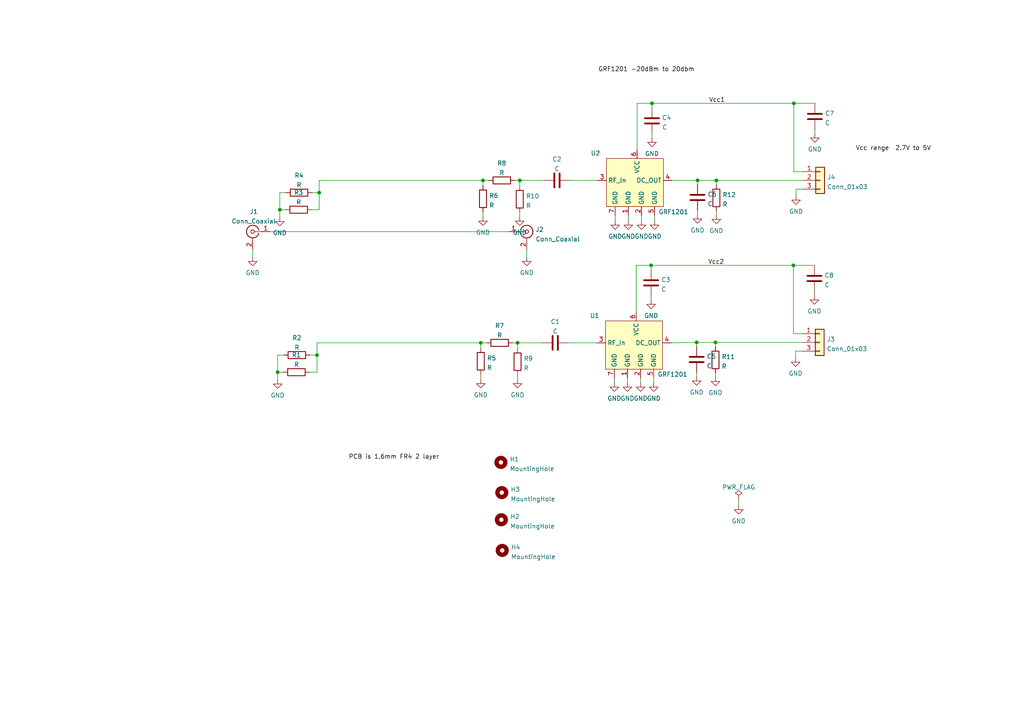
<source format=kicad_sch>
(kicad_sch (version 20211123) (generator eeschema)
  (paper "A4")
  (lib_symbols
    (symbol "Connector:Conn_Coaxial" (pin_names (offset 1.016) hide)
      (property "Reference" "J" (at 0.254 3.048 0))
      (property "Value" "Conn_Coaxial" (at 2.921 0 90))
      (symbol "Conn_Coaxial_0_1"
        (arc (start -1.778 -0.508) (mid 0.222 -1.808) (end 1.778 0) (stroke (width 0.254)))
        (polyline (pts (xy -2.54 0) (xy -0.508 0)))
        (polyline (pts (xy 0 -2.54) (xy 0 -1.778)))
        (circle (center 0 0) (radius 0.508) (stroke (width 0.2032)))
        (arc (start 1.778 0) (mid 0.2221 1.8083) (end -1.778 0.508) (stroke (width 0.254)))
      )
      (symbol "Conn_Coaxial_1_1"
        (pin passive line (at -5.08 0 0) (length 2.54) (name "In") (number "1"))
        (pin passive line (at 0 -5.08 90) (length 2.54) (name "Ext") (number "2"))
      )
    )
    (symbol "Connector_Generic:Conn_01x03" (pin_names (offset 1.016) hide)
      (property "Reference" "J" (at 0 5.08 0))
      (property "Value" "Conn_01x03" (at 0 -5.08 0))
      (symbol "Conn_01x03_1_1"
        (rectangle (start -1.27 -2.413) (end 0 -2.667) (stroke (width 0.1524)))
        (rectangle (start -1.27 0.127) (end 0 -0.127) (stroke (width 0.1524)))
        (rectangle (start -1.27 2.667) (end 0 2.413) (stroke (width 0.1524)))
        (rectangle (start -1.27 3.81) (end 1.27 -3.81) (stroke (width 0.254)) (fill (type background)))
        (pin passive line (at -5.08 2.54 0) (length 3.81) (name "Pin_1") (number "1"))
        (pin passive line (at -5.08 0 0) (length 3.81) (name "Pin_2") (number "2"))
        (pin passive line (at -5.08 -2.54 0) (length 3.81) (name "Pin_3") (number "3"))
      )
    )
    (symbol "Device:C" (pin_numbers hide) (pin_names (offset 0.254))
      (property "Reference" "C" (at 0.635 2.54 0))
      (property "Value" "C" (at 0.635 -2.54 0))
      (symbol "C_0_1"
        (polyline (pts (xy -2.032 -0.762) (xy 2.032 -0.762)) (stroke (width 0.508)))
        (polyline (pts (xy -2.032 0.762) (xy 2.032 0.762)) (stroke (width 0.508)))
      )
      (symbol "C_1_1"
        (pin passive line (at 0 3.81 270) (length 2.794) (name "~") (number "1"))
        (pin passive line (at 0 -3.81 90) (length 2.794) (name "~") (number "2"))
      )
    )
    (symbol "Device:R" (pin_numbers hide) (pin_names (offset 0))
      (property "Reference" "R" (at 2.032 0 90))
      (property "Value" "R" (at 0 0 90))
      (symbol "R_0_1"
        (rectangle (start -1.016 -2.54) (end 1.016 2.54) (stroke (width 0.254)))
      )
      (symbol "R_1_1"
        (pin passive line (at 0 3.81 270) (length 1.27) (name "~") (number "1"))
        (pin passive line (at 0 -3.81 90) (length 1.27) (name "~") (number "2"))
      )
    )
    (symbol "Gorilla:GRF1201"
      (property "Reference" "U" (at 8.89 -8.89 0))
      (property "Value" "GRF1201" (at -13.97 6.35 0))
      (symbol "GRF1201_0_1"
        (rectangle (start -8.89 6.35) (end 7.62 -7.62) (stroke (width 0.1524)) (fill (type background)))
      )
      (symbol "GRF1201_1_1"
        (pin input line (at -2.54 -10.16 90) (length 2.54) (name "GND") (number "1"))
        (pin input line (at 1.27 -10.16 90) (length 2.54) (name "GND") (number "2"))
        (pin input line (at -11.43 0 0) (length 2.54) (name "RF_In") (number "3"))
        (pin input line (at 10.16 0 180) (length 2.54) (name "DC_OUT") (number "4"))
        (pin input line (at 5.08 -10.16 90) (length 2.54) (name "GND") (number "5"))
        (pin input line (at 0 8.89 270) (length 2.54) (name "VCC") (number "6"))
        (pin input line (at -6.35 -10.16 90) (length 2.54) (name "GND") (number "7"))
      )
    )
    (symbol "Mechanical:MountingHole" (pin_names (offset 1.016))
      (property "Reference" "H" (at 0 5.08 0))
      (property "Value" "MountingHole" (at 0 3.175 0))
      (symbol "MountingHole_0_1"
        (circle (center 0 0) (radius 1.27) (stroke (width 1.27)))
      )
    )
    (symbol "power:GND" (power) (pin_names (offset 0))
      (property "Value" "GND" (at 0 -3.81 0))
      (symbol "GND_0_1"
        (polyline (pts (xy 0 0) (xy 0 -1.27) (xy 1.27 -1.27) (xy 0 -2.54) (xy -1.27 -1.27) (xy 0 -1.27)))
      )
      (symbol "GND_1_1"
        (pin power_in line (at 0 0 270) (length 0) hide (name "GND") (number "1"))
      )
    )
    (symbol "power:PWR_FLAG" (power) (pin_numbers hide) (pin_names (offset 0) hide)
      (property "Value" "PWR_FLAG" (at 0 3.81 0))
      (symbol "PWR_FLAG_0_0"
        (pin power_out line (at 0 0 90) (length 0) (name "pwr") (number "1"))
      )
      (symbol "PWR_FLAG_0_1"
        (polyline (pts (xy 0 0) (xy 0 1.27) (xy -1.016 1.905) (xy 0 2.54) (xy 1.016 1.905) (xy 0 1.27)))
      )
    )
  )
  (junction (at 139.446 99.441))
  (junction (at 230.124 76.962))
  (junction (at 188.849 76.962))
  (junction (at 80.518 107.95))
  (junction (at 92.583 55.88))
  (junction (at 207.518 99.314))
  (junction (at 202.057 99.314))
  (junction (at 207.772 52.324))
  (junction (at 189.103 29.972))
  (junction (at 230.251 29.972))
  (junction (at 140.081 52.324))
  (junction (at 150.749 52.324))
  (junction (at 150.114 99.441))
  (junction (at 81.153 60.833))
  (junction (at 91.948 102.997))
  (junction (at 202.311 52.324))
  (wire (pts (xy 92.583 60.833) (xy 92.583 55.88)))
  (wire (pts (xy 81.153 60.833) (xy 81.153 62.992)))
  (wire (pts (xy 82.804 60.833) (xy 81.153 60.833)))
  (wire (pts (xy 188.849 85.852) (xy 188.849 86.995)))
  (wire (pts (xy 73.279 72.263) (xy 73.279 74.549)))
  (wire (pts (xy 202.311 52.324) (xy 202.311 53.467)))
  (wire (pts (xy 80.518 107.95) (xy 80.518 110.109)))
  (wire (pts (xy 214.249 144.907) (xy 214.249 146.558)))
  (wire (pts (xy 202.311 52.324) (xy 207.772 52.324)))
  (wire (pts (xy 90.424 60.833) (xy 92.583 60.833)))
  (wire (pts (xy 139.446 99.441) (xy 139.446 100.965)))
  (wire (pts (xy 81.153 55.88) (xy 81.153 60.833)))
  (wire (pts (xy 202.057 108.077) (xy 202.057 109.22)))
  (wire (pts (xy 207.772 52.324) (xy 207.772 53.594)))
  (wire (pts (xy 140.081 52.324) (xy 92.583 52.324)))
  (wire (pts (xy 194.691 99.441) (xy 202.057 99.314)))
  (wire (pts (xy 140.081 52.324) (xy 140.081 53.848)))
  (wire (pts (xy 139.446 99.441) (xy 91.948 99.441)))
  (wire (pts (xy 236.347 37.592) (xy 236.347 38.735)))
  (wire (pts (xy 232.791 54.864) (xy 230.886 54.864)))
  (wire (pts (xy 230.251 29.972) (xy 230.251 49.784)))
  (wire (pts (xy 165.354 52.324) (xy 173.355 52.324)))
  (wire (pts (xy 82.296 102.997) (xy 80.518 102.997)))
  (wire (pts (xy 184.531 76.962) (xy 184.531 90.551)))
  (wire (pts (xy 92.583 55.88) (xy 90.551 55.88)))
  (wire (pts (xy 207.518 99.314) (xy 207.518 100.584)))
  (wire (pts (xy 207.772 52.324) (xy 232.791 52.324)))
  (wire (pts (xy 149.352 52.324) (xy 150.749 52.324)))
  (wire (pts (xy 91.948 107.95) (xy 91.948 102.997)))
  (wire (pts (xy 188.849 78.232) (xy 188.849 76.962)))
  (wire (pts (xy 189.611 109.601) (xy 189.611 110.998)))
  (wire (pts (xy 189.103 29.972) (xy 184.785 29.972)))
  (wire (pts (xy 230.886 54.864) (xy 230.886 56.769)))
  (wire (pts (xy 207.518 99.314) (xy 232.664 99.314)))
  (wire (pts (xy 181.991 109.601) (xy 181.991 110.998)))
  (wire (pts (xy 141.097 99.441) (xy 139.446 99.441)))
  (wire (pts (xy 188.849 76.962) (xy 230.124 76.962)))
  (wire (pts (xy 182.245 62.484) (xy 182.245 64.008)))
  (wire (pts (xy 232.664 101.854) (xy 230.759 101.854)))
  (wire (pts (xy 178.181 109.601) (xy 178.181 110.998)))
  (wire (pts (xy 89.789 107.95) (xy 91.948 107.95)))
  (wire (pts (xy 186.055 62.484) (xy 186.055 64.008)))
  (wire (pts (xy 185.801 109.601) (xy 185.801 110.998)))
  (wire (pts (xy 184.785 29.972) (xy 184.785 43.434)))
  (wire (pts (xy 189.103 38.862) (xy 189.103 40.005)))
  (wire (pts (xy 188.849 76.962) (xy 184.531 76.962)))
  (wire (pts (xy 139.446 108.585) (xy 139.446 109.982)))
  (wire (pts (xy 202.057 99.314) (xy 202.057 100.457)))
  (wire (pts (xy 232.791 49.784) (xy 230.251 49.784)))
  (wire (pts (xy 232.664 96.774) (xy 230.124 96.774)))
  (wire (pts (xy 230.124 76.962) (xy 230.124 96.774)))
  (wire (pts (xy 82.169 107.95) (xy 80.518 107.95)))
  (wire (pts (xy 236.22 76.962) (xy 230.124 76.962)))
  (wire (pts (xy 207.518 108.204) (xy 207.518 109.347)))
  (wire (pts (xy 91.948 102.997) (xy 89.916 102.997)))
  (wire (pts (xy 230.759 101.854) (xy 230.759 103.759)))
  (wire (pts (xy 150.749 52.324) (xy 157.734 52.324)))
  (wire (pts (xy 150.749 61.595) (xy 150.749 62.865)))
  (wire (pts (xy 178.435 62.484) (xy 178.435 64.008)))
  (wire (pts (xy 92.583 52.324) (xy 92.583 55.88)))
  (wire (pts (xy 189.103 31.242) (xy 189.103 29.972)))
  (wire (pts (xy 91.948 99.441) (xy 91.948 102.997)))
  (wire (pts (xy 141.732 52.324) (xy 140.081 52.324)))
  (wire (pts (xy 82.931 55.88) (xy 81.153 55.88)))
  (wire (pts (xy 150.114 99.441) (xy 150.114 101.092)))
  (wire (pts (xy 202.311 61.087) (xy 202.311 62.23)))
  (wire (pts (xy 236.22 84.582) (xy 236.22 85.725)))
  (wire (pts (xy 150.114 99.441) (xy 157.226 99.441)))
  (wire (pts (xy 230.251 29.972) (xy 236.347 29.972)))
  (wire (pts (xy 150.114 108.712) (xy 150.114 109.982)))
  (wire (pts (xy 189.103 29.972) (xy 230.251 29.972)))
  (wire (pts (xy 207.772 61.214) (xy 207.772 62.357)))
  (wire (pts (xy 78.359 67.183) (xy 147.701 67.183)))
  (wire (pts (xy 152.781 72.263) (xy 152.781 74.549)))
  (wire (pts (xy 148.717 99.441) (xy 150.114 99.441)))
  (wire (pts (xy 140.081 61.468) (xy 140.081 62.865)))
  (wire (pts (xy 202.057 99.314) (xy 207.518 99.314)))
  (wire (pts (xy 150.749 52.324) (xy 150.749 53.975)))
  (wire (pts (xy 164.846 99.441) (xy 173.101 99.441)))
  (wire (pts (xy 194.945 52.324) (xy 202.311 52.324)))
  (wire (pts (xy 189.865 62.484) (xy 189.865 64.008)))
  (wire (pts (xy 80.518 102.997) (xy 80.518 107.95)))
  (label "PCB is 1.6mm FR4 2 layer" (at 101.092 133.477 0))
  (label "Vcc range  2.7V to 5V" (at 248.158 43.942 0))
  (label "Vcc2" (at 205.359 76.962 0))
  (label "Vcc1" (at 205.613 29.972 0))
  (label "GRF1201 -20dBm to 20dbm" (at 173.482 21.082 0))
  (symbol (lib_id "Device:R") (at 144.907 99.441 270) (unit 1)
    (property "Reference" "R7" (at 144.907 94.4585 90))
    (property "Value" "R" (at 144.907 97.2336 90))
    (property "Footprint" "Resistor_SMD:R_0603_1608Metric" (effects hide))
  )
  (symbol (lib_id "power:GND") (at 178.435 64.008 0) (unit 1)
    (property "Reference" "#PWR0116" (effects hide))
    (property "Value" "GND" (at 178.435 68.5705 0))
  )
  (symbol (lib_id "power:GND") (at 185.801 110.998 0) (unit 1)
    (property "Reference" "#PWR0115" (effects hide))
    (property "Value" "GND" (at 185.801 115.5605 0))
  )
  (symbol (lib_id "Device:R") (at 140.081 57.658 0) (unit 1)
    (property "Reference" "R6" (at 141.859 56.7495 0) (effects (justify left)))
    (property "Value" "R" (at 141.859 59.5246 0) (effects (justify left)))
    (property "Footprint" "Resistor_SMD:R_0603_1608Metric" (effects hide))
  )
  (symbol (lib_id "Gorilla:GRF1201") (at 184.785 52.324 0) (unit 1)
    (property "Reference" "U2" (at 172.72 44.45 0))
    (property "Value" "GRF1201" (at 195.326 61.468 0))
    (property "Footprint" "Gorilla:DFN-6-1EP_1.5x1.5mm_P0.5mm_EP0.6x1..1mm" (effects hide))
  )
  (symbol (lib_id "Connector:Conn_Coaxial") (at 73.279 67.183 0) (mirror y) (unit 1)
    (property "Reference" "J1" (at 73.5964 61.3899 0))
    (property "Value" "Conn_Coaxial" (at 73.5964 64.165 0))
    (property "Footprint" "Connector_Coaxial:SMA_Samtec_SMA-J-P-X-ST-EM1_EdgeMount" (effects hide))
    (property "Datasheet" " ~" (effects hide))
  )
  (symbol (lib_id "Device:R") (at 139.446 104.775 0) (unit 1)
    (property "Reference" "R5" (at 141.224 103.8665 0) (effects (justify left)))
    (property "Value" "R" (at 141.224 106.6416 0) (effects (justify left)))
    (property "Footprint" "Resistor_SMD:R_0603_1608Metric" (effects hide))
  )
  (symbol (lib_id "power:GND") (at 202.311 62.23 0) (unit 1)
    (property "Reference" "#PWR0102" (effects hide))
    (property "Value" "GND" (at 202.311 66.7925 0))
  )
  (symbol (lib_id "Device:R") (at 207.772 57.404 0) (unit 1)
    (property "Reference" "R12" (at 209.55 56.4955 0) (effects (justify left)))
    (property "Value" "R" (at 209.55 59.2706 0) (effects (justify left)))
    (property "Footprint" "Resistor_SMD:R_0603_1608Metric" (effects hide))
  )
  (symbol (lib_id "power:GND") (at 207.772 62.357 0) (unit 1)
    (property "Reference" "#PWR0101" (effects hide))
    (property "Value" "GND" (at 207.772 66.9195 0))
  )
  (symbol (lib_id "power:GND") (at 73.279 74.549 0) (unit 1)
    (property "Reference" "#PWR0122" (effects hide))
    (property "Value" "GND" (at 73.279 79.1115 0))
  )
  (symbol (lib_id "power:GND") (at 230.886 56.769 0) (unit 1)
    (property "Reference" "#PWR0126" (effects hide))
    (property "Value" "GND" (at 230.886 61.3315 0))
  )
  (symbol (lib_id "Device:C") (at 236.22 80.772 0) (unit 1)
    (property "Reference" "C8" (at 239.141 79.8635 0) (effects (justify left)))
    (property "Value" "C" (at 239.141 82.6386 0) (effects (justify left)))
    (property "Footprint" "Capacitor_SMD:C_0603_1608Metric" (effects hide))
  )
  (symbol (lib_id "power:GND") (at 207.518 109.347 0) (unit 1)
    (property "Reference" "#PWR0124" (effects hide))
    (property "Value" "GND" (at 207.518 113.9095 0))
  )
  (symbol (lib_id "Device:C") (at 161.544 52.324 90) (unit 1)
    (property "Reference" "C2" (at 161.544 46.1985 90))
    (property "Value" "C" (at 161.544 48.9736 90))
    (property "Footprint" "Capacitor_SMD:C_0603_1608Metric" (effects hide))
  )
  (symbol (lib_id "Device:R") (at 150.749 57.785 0) (unit 1)
    (property "Reference" "R10" (at 152.527 56.8765 0) (effects (justify left)))
    (property "Value" "R" (at 152.527 59.6516 0) (effects (justify left)))
    (property "Footprint" "Resistor_SMD:R_0603_1608Metric" (effects hide))
  )
  (symbol (lib_id "Mechanical:MountingHole") (at 145.288 134.112 0) (unit 1)
    (property "Reference" "H1" (at 147.828 133.2035 0) (effects (justify left)))
    (property "Value" "MountingHole" (at 147.828 135.9786 0) (effects (justify left)))
    (property "Footprint" "MountingHole:MountingHole_2.2mm_M2_DIN965" (effects hide))
  )
  (symbol (lib_id "Device:R") (at 145.542 52.324 270) (unit 1)
    (property "Reference" "R8" (at 145.542 47.3415 90))
    (property "Value" "R" (at 145.542 50.1166 90))
    (property "Footprint" "Resistor_SMD:R_0603_1608Metric" (effects hide))
  )
  (symbol (lib_id "Connector_Generic:Conn_01x03") (at 237.871 52.324 0) (unit 1)
    (property "Reference" "J4" (at 239.903 51.4155 0) (effects (justify left)))
    (property "Value" "Conn_01x03" (at 239.903 54.1906 0) (effects (justify left)))
    (property "Footprint" "JST_PH_B3B-PH-K_1x03_P2.00mm_Vertical" (effects hide))
  )
  (symbol (lib_id "power:GND") (at 182.245 64.008 0) (unit 1)
    (property "Reference" "#PWR0117" (effects hide))
    (property "Value" "GND" (at 182.245 68.5705 0))
  )
  (symbol (lib_id "Device:C") (at 202.311 57.277 0) (unit 1)
    (property "Reference" "C6" (at 205.232 56.3685 0) (effects (justify left)))
    (property "Value" "C" (at 205.232 59.1436 0) (effects (justify left)))
    (property "Footprint" "Capacitor_SMD:C_0603_1608Metric" (effects hide))
  )
  (symbol (lib_id "Device:C") (at 188.849 82.042 0) (unit 1)
    (property "Reference" "C3" (at 191.77 81.1335 0) (effects (justify left)))
    (property "Value" "C" (at 191.77 83.9086 0) (effects (justify left)))
    (property "Footprint" "Capacitor_SMD:C_0603_1608Metric" (effects hide))
  )
  (symbol (lib_id "Connector_Generic:Conn_01x03") (at 237.744 99.314 0) (unit 1)
    (property "Reference" "J3" (at 239.776 98.4055 0) (effects (justify left)))
    (property "Value" "Conn_01x03" (at 239.776 101.1806 0) (effects (justify left)))
    (property "Footprint" "JST_PH_B3B-PH-K_1x03_P2.00mm_Vertical" (effects hide))
  )
  (symbol (lib_id "Device:R") (at 207.518 104.394 0) (unit 1)
    (property "Reference" "R11" (at 209.296 103.4855 0) (effects (justify left)))
    (property "Value" "R" (at 209.296 106.2606 0) (effects (justify left)))
    (property "Footprint" "Resistor_SMD:R_0603_1608Metric" (effects hide))
  )
  (symbol (lib_id "power:GND") (at 189.103 40.005 0) (unit 1)
    (property "Reference" "#PWR0106" (effects hide))
    (property "Value" "GND" (at 189.103 44.5675 0))
  )
  (symbol (lib_id "power:GND") (at 152.781 74.549 0) (unit 1)
    (property "Reference" "#PWR0103" (effects hide))
    (property "Value" "GND" (at 152.781 79.1115 0))
  )
  (symbol (lib_id "Device:C") (at 236.347 33.782 0) (unit 1)
    (property "Reference" "C7" (at 239.268 32.8735 0) (effects (justify left)))
    (property "Value" "C" (at 239.268 35.6486 0) (effects (justify left)))
    (property "Footprint" "Capacitor_SMD:C_0603_1608Metric" (effects hide))
  )
  (symbol (lib_id "Device:R") (at 85.979 107.95 270) (unit 1)
    (property "Reference" "R1" (at 85.979 102.9675 90))
    (property "Value" "R" (at 85.979 105.7426 90))
    (property "Footprint" "Resistor_SMD:R_0603_1608Metric" (effects hide))
  )
  (symbol (lib_id "power:GND") (at 230.759 103.759 0) (unit 1)
    (property "Reference" "#PWR02" (effects hide))
    (property "Value" "GND" (at 230.759 108.3215 0))
  )
  (symbol (lib_id "power:GND") (at 202.057 109.22 0) (unit 1)
    (property "Reference" "#PWR0123" (effects hide))
    (property "Value" "GND" (at 202.057 113.7825 0))
  )
  (symbol (lib_id "power:GND") (at 139.446 109.982 0) (unit 1)
    (property "Reference" "#PWR0109" (effects hide))
    (property "Value" "GND" (at 139.446 114.5445 0))
  )
  (symbol (lib_id "power:GND") (at 181.991 110.998 0) (unit 1)
    (property "Reference" "#PWR0119" (effects hide))
    (property "Value" "GND" (at 181.991 115.5605 0))
  )
  (symbol (lib_id "power:GND") (at 188.849 86.995 0) (unit 1)
    (property "Reference" "#PWR0113" (effects hide))
    (property "Value" "GND" (at 188.849 91.5575 0))
  )
  (symbol (lib_id "power:GND") (at 214.249 146.558 0) (unit 1)
    (property "Reference" "#PWR0128" (effects hide))
    (property "Value" "GND" (at 214.249 151.1205 0))
  )
  (symbol (lib_id "power:GND") (at 81.153 62.992 0) (unit 1)
    (property "Reference" "#PWR0121" (effects hide))
    (property "Value" "GND" (at 81.153 67.5545 0))
  )
  (symbol (lib_id "power:GND") (at 236.22 85.725 0) (unit 1)
    (property "Reference" "#PWR03" (effects hide))
    (property "Value" "GND" (at 236.22 90.2875 0))
  )
  (symbol (lib_id "power:GND") (at 150.114 109.982 0) (unit 1)
    (property "Reference" "#PWR0110" (effects hide))
    (property "Value" "GND" (at 150.114 114.5445 0))
  )
  (symbol (lib_id "Device:C") (at 161.036 99.441 90) (unit 1)
    (property "Reference" "C1" (at 161.036 93.3155 90))
    (property "Value" "C" (at 161.036 96.0906 90))
    (property "Footprint" "Capacitor_SMD:C_0603_1608Metric" (effects hide))
  )
  (symbol (lib_id "Gorilla:GRF1201") (at 184.531 99.441 0) (unit 1)
    (property "Reference" "U1" (at 172.466 91.567 0))
    (property "Value" "GRF1201" (at 195.072 108.585 0))
    (property "Footprint" "Gorilla:DFN-6-1EP_1.5x1.5mm_P0.5mm_EP0.6x1..1mm" (effects hide))
  )
  (symbol (lib_id "Device:R") (at 150.114 104.902 0) (unit 1)
    (property "Reference" "R9" (at 151.892 103.9935 0) (effects (justify left)))
    (property "Value" "R" (at 151.892 106.7686 0) (effects (justify left)))
    (property "Footprint" "Resistor_SMD:R_0603_1608Metric" (effects hide))
  )
  (symbol (lib_id "power:GND") (at 140.081 62.865 0) (unit 1)
    (property "Reference" "#PWR0107" (effects hide))
    (property "Value" "GND" (at 140.081 67.4275 0))
  )
  (symbol (lib_id "power:GND") (at 189.611 110.998 0) (unit 1)
    (property "Reference" "#PWR0114" (effects hide))
    (property "Value" "GND" (at 189.611 115.5605 0))
  )
  (symbol (lib_id "power:GND") (at 80.518 110.109 0) (unit 1)
    (property "Reference" "#PWR0108" (effects hide))
    (property "Value" "GND" (at 80.518 114.6715 0))
  )
  (symbol (lib_id "power:GND") (at 178.181 110.998 0) (unit 1)
    (property "Reference" "#PWR0120" (effects hide))
    (property "Value" "GND" (at 178.181 115.5605 0))
  )
  (symbol (lib_id "power:GND") (at 150.749 62.865 0) (unit 1)
    (property "Reference" "#PWR0104" (effects hide))
    (property "Value" "GND" (at 150.749 67.4275 0))
  )
  (symbol (lib_id "Mechanical:MountingHole") (at 145.542 142.875 0) (unit 1)
    (property "Reference" "H3" (at 148.082 141.9665 0) (effects (justify left)))
    (property "Value" "MountingHole" (at 148.082 144.7416 0) (effects (justify left)))
    (property "Footprint" "MountingHole:MountingHole_2.2mm_M2_DIN965" (effects hide))
  )
  (symbol (lib_id "Mechanical:MountingHole") (at 145.415 150.749 0) (unit 1)
    (property "Reference" "H2" (at 147.955 149.8405 0) (effects (justify left)))
    (property "Value" "MountingHole" (at 147.955 152.6156 0) (effects (justify left)))
    (property "Footprint" "MountingHole:MountingHole_2.2mm_M2_DIN965" (effects hide))
  )
  (symbol (lib_id "power:GND") (at 186.055 64.008 0) (unit 1)
    (property "Reference" "#PWR0112" (effects hide))
    (property "Value" "GND" (at 186.055 68.5705 0))
  )
  (symbol (lib_id "Device:R") (at 86.106 102.997 270) (unit 1)
    (property "Reference" "R2" (at 86.106 98.0145 90))
    (property "Value" "R" (at 86.106 100.7896 90))
    (property "Footprint" "Resistor_SMD:R_0603_1608Metric" (effects hide))
  )
  (symbol (lib_id "power:GND") (at 189.865 64.008 0) (unit 1)
    (property "Reference" "#PWR0111" (effects hide))
    (property "Value" "GND" (at 189.865 68.5705 0))
  )
  (symbol (lib_id "Device:C") (at 189.103 35.052 0) (unit 1)
    (property "Reference" "C4" (at 192.024 34.1435 0) (effects (justify left)))
    (property "Value" "C" (at 192.024 36.9186 0) (effects (justify left)))
    (property "Footprint" "Capacitor_SMD:C_0603_1608Metric" (effects hide))
  )
  (symbol (lib_id "Mechanical:MountingHole") (at 145.669 159.639 0) (unit 1)
    (property "Reference" "H4" (at 148.209 158.7305 0) (effects (justify left)))
    (property "Value" "MountingHole" (at 148.209 161.5056 0) (effects (justify left)))
    (property "Footprint" "MountingHole:MountingHole_2.2mm_M2_DIN965" (effects hide))
  )
  (symbol (lib_id "Device:R") (at 86.741 55.88 270) (unit 1)
    (property "Reference" "R4" (at 86.741 50.8975 90))
    (property "Value" "R" (at 86.741 53.6726 90))
    (property "Footprint" "Resistor_SMD:R_0603_1608Metric" (effects hide))
  )
  (symbol (lib_id "Device:R") (at 86.614 60.833 270) (unit 1)
    (property "Reference" "R3" (at 86.614 55.8505 90))
    (property "Value" "R" (at 86.614 58.6256 90))
    (property "Footprint" "Resistor_SMD:R_0603_1608Metric" (effects hide))
  )
  (symbol (lib_id "Connector:Conn_Coaxial") (at 152.781 67.183 0) (unit 1)
    (property "Reference" "J2" (at 155.321 66.5677 0) (effects (justify left)))
    (property "Value" "Conn_Coaxial" (at 155.321 69.3428 0) (effects (justify left)))
    (property "Footprint" "Connector_Coaxial:SMA_Samtec_SMA-J-P-X-ST-EM1_EdgeMount" (effects hide))
    (property "Datasheet" " ~" (effects hide))
  )
  (symbol (lib_id "power:PWR_FLAG") (at 214.249 144.907 0) (unit 1)
    (property "Reference" "#FLG0102" (effects hide))
    (property "Value" "PWR_FLAG" (at 214.249 141.3025 0))
  )
  (symbol (lib_id "power:GND") (at 236.347 38.735 0) (unit 1)
    (property "Reference" "#PWR0127" (effects hide))
    (property "Value" "GND" (at 236.347 43.2975 0))
  )
  (symbol (lib_id "Device:C") (at 202.057 104.267 0) (unit 1)
    (property "Reference" "C5" (at 204.978 103.3585 0) (effects (justify left)))
    (property "Value" "C" (at 204.978 106.1336 0) (effects (justify left)))
    (property "Footprint" "Capacitor_SMD:C_0603_1608Metric" (effects hide))
  )
)
</source>
